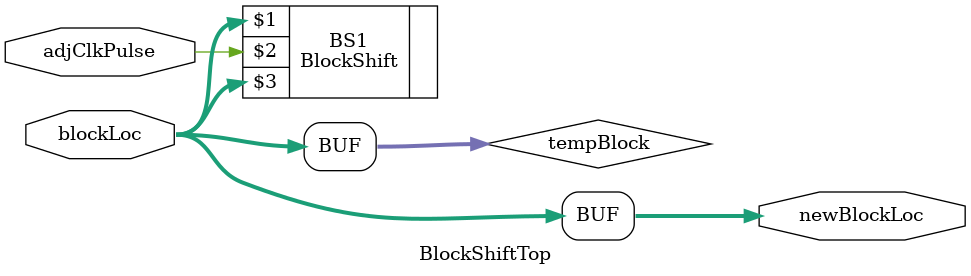
<source format=v>
module BlockShiftTop(blockLoc, adjClkPulse, newBlockLoc);
  input [7:0] blockLoc;
  input adjClkPulse;
  output [7:0] newBlockLoc;

  reg [7:0] tempBlock;

  BlockShift BS1(blockLoc, adjClkPulse, newBlockLoc);
  // BlockShift BS1(8'b10000000, adjClkPulse, newBlockLoc);

  always @ (newBlockLoc) begin
    tempBlock = newBlockLoc;
  end

  assign blockLoc = tempBlock;
endmodule

</source>
